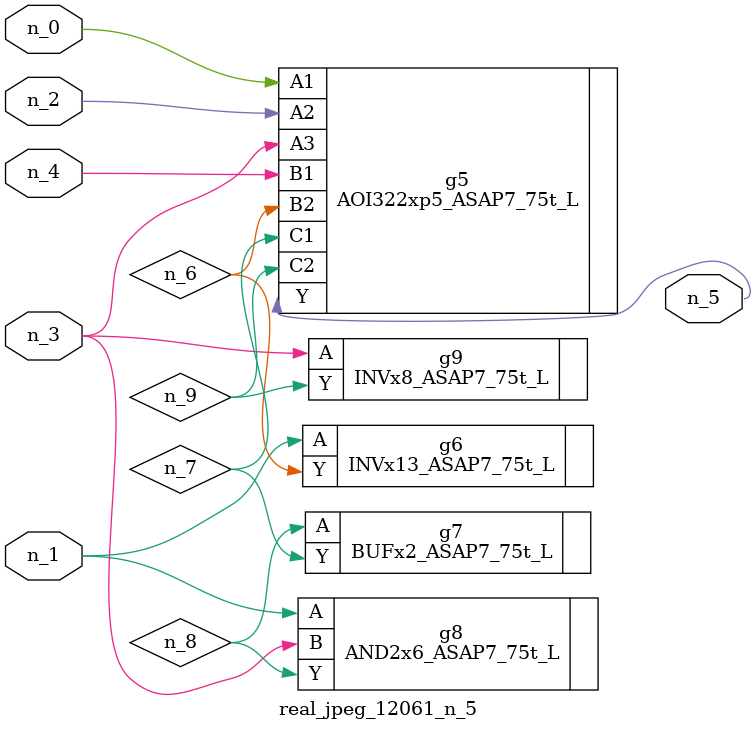
<source format=v>
module real_jpeg_12061_n_5 (n_4, n_0, n_1, n_2, n_3, n_5);

input n_4;
input n_0;
input n_1;
input n_2;
input n_3;

output n_5;

wire n_8;
wire n_6;
wire n_7;
wire n_9;

AOI322xp5_ASAP7_75t_L g5 ( 
.A1(n_0),
.A2(n_2),
.A3(n_3),
.B1(n_4),
.B2(n_6),
.C1(n_7),
.C2(n_9),
.Y(n_5)
);

INVx13_ASAP7_75t_L g6 ( 
.A(n_1),
.Y(n_6)
);

AND2x6_ASAP7_75t_L g8 ( 
.A(n_1),
.B(n_3),
.Y(n_8)
);

INVx8_ASAP7_75t_L g9 ( 
.A(n_3),
.Y(n_9)
);

BUFx2_ASAP7_75t_L g7 ( 
.A(n_8),
.Y(n_7)
);


endmodule
</source>
